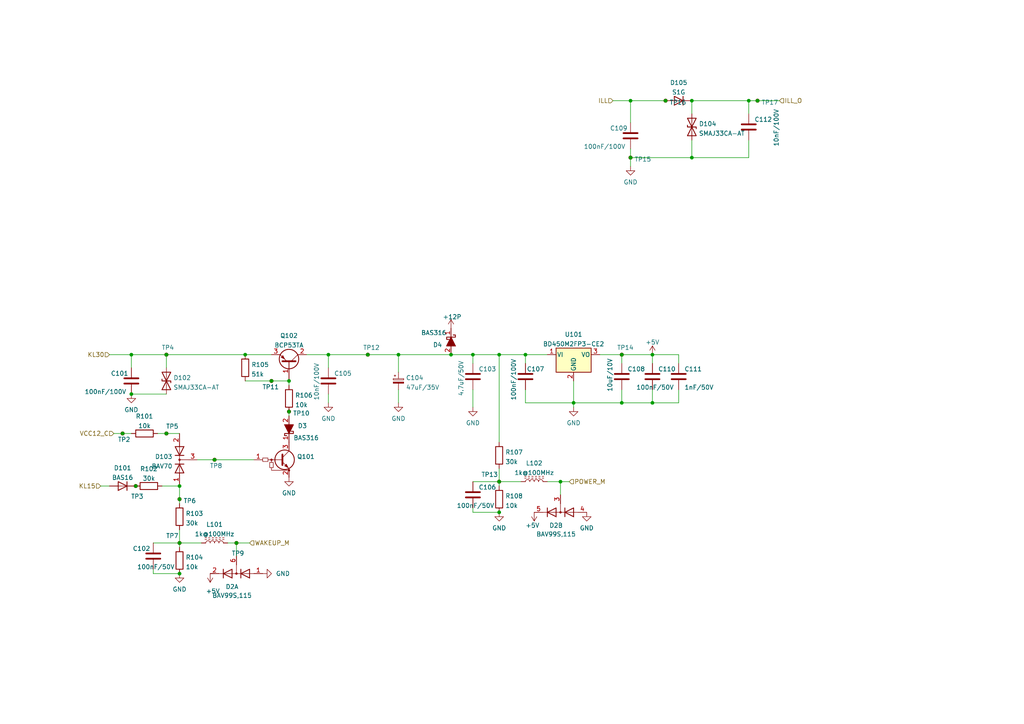
<source format=kicad_sch>
(kicad_sch (version 20211123) (generator eeschema)
  (paper "A4")
  (title_block (title "SX7H SHIFER MIAN SCH") (date "2022-07-18") (rev "V03") (company "宁波正朗汽车零部件有限公司") (comment 1 "批准:") (comment 2 "校准：") (comment 3 "设计：Ethan"))
  (lib_symbols
    (symbol "C_1" (pin_numbers hide) (pin_names (offset 0.254))
      (property "Reference" "C" (at 0.635 2.54 0))
      (property "Value" "C_1" (at 0.635 -2.54 0))
      (symbol "C_1_0_1"
        (polyline (pts (xy -2.032 -0.762) (xy 2.032 -0.762)) (stroke (width 0.508)))
        (polyline (pts (xy -2.032 0.762) (xy 2.032 0.762)) (stroke (width 0.508)))
      )
      (symbol "C_1_1_1"
        (pin passive line (at 0 3.81 270) (length 2.794) (name "~") (number "1"))
        (pin passive line (at 0 -3.81 90) (length 2.794) (name "~") (number "2"))
      )
    )
    (symbol "C_2" (pin_numbers hide) (pin_names (offset 0.254))
      (property "Reference" "C" (at 0.635 2.54 0))
      (property "Value" "C_2" (at 0.635 -2.54 0))
      (symbol "C_2_0_1"
        (polyline (pts (xy -2.032 -0.762) (xy 2.032 -0.762)) (stroke (width 0.508)))
        (polyline (pts (xy -2.032 0.762) (xy 2.032 0.762)) (stroke (width 0.508)))
      )
      (symbol "C_2_1_1"
        (pin passive line (at 0 3.81 270) (length 2.794) (name "~") (number "1"))
        (pin passive line (at 0 -3.81 90) (length 2.794) (name "~") (number "2"))
      )
    )
    (symbol "C_4" (pin_numbers hide) (pin_names (offset 0.254))
      (property "Reference" "C" (at 0.635 2.54 0))
      (property "Value" "C_4" (at 0.635 -2.54 0))
      (symbol "C_4_0_1"
        (polyline (pts (xy -2.032 -0.762) (xy 2.032 -0.762)) (stroke (width 0.508)))
        (polyline (pts (xy -2.032 0.762) (xy 2.032 0.762)) (stroke (width 0.508)))
      )
      (symbol "C_4_1_1"
        (pin passive line (at 0 3.81 270) (length 2.794) (name "~") (number "1"))
        (pin passive line (at 0 -3.81 90) (length 2.794) (name "~") (number "2"))
      )
    )
    (symbol "C_7" (pin_numbers hide) (pin_names (offset 0.254))
      (property "Reference" "C" (at 0.635 2.54 0))
      (property "Value" "C_7" (at 0.635 -2.54 0))
      (symbol "C_7_0_1"
        (polyline (pts (xy -2.032 -0.762) (xy 2.032 -0.762)) (stroke (width 0.508)))
        (polyline (pts (xy -2.032 0.762) (xy 2.032 0.762)) (stroke (width 0.508)))
      )
      (symbol "C_7_1_1"
        (pin passive line (at 0 3.81 270) (length 2.794) (name "~") (number "1"))
        (pin passive line (at 0 -3.81 90) (length 2.794) (name "~") (number "2"))
      )
    )
    (symbol "C_8" (pin_numbers hide) (pin_names (offset 0.254))
      (property "Reference" "C" (at 0.635 2.54 0))
      (property "Value" "C_8" (at 0.635 -2.54 0))
      (symbol "C_8_0_1"
        (polyline (pts (xy -2.032 -0.762) (xy 2.032 -0.762)) (stroke (width 0.508)))
        (polyline (pts (xy -2.032 0.762) (xy 2.032 0.762)) (stroke (width 0.508)))
      )
      (symbol "C_8_1_1"
        (pin passive line (at 0 3.81 270) (length 2.794) (name "~") (number "1"))
        (pin passive line (at 0 -3.81 90) (length 2.794) (name "~") (number "2"))
      )
    )
    (symbol "C_9" (pin_numbers hide) (pin_names (offset 0.254))
      (property "Reference" "C" (at 0.635 2.54 0))
      (property "Value" "C_9" (at 0.635 -2.54 0))
      (symbol "C_9_0_1"
        (polyline (pts (xy -2.032 -0.762) (xy 2.032 -0.762)) (stroke (width 0.508)))
        (polyline (pts (xy -2.032 0.762) (xy 2.032 0.762)) (stroke (width 0.508)))
      )
      (symbol "C_9_1_1"
        (pin passive line (at 0 3.81 270) (length 2.794) (name "~") (number "1"))
        (pin passive line (at 0 -3.81 90) (length 2.794) (name "~") (number "2"))
      )
    )
    (symbol "Connector:TestPoint_Small" (pin_numbers hide) (pin_names (offset 0.762) hide)
      (property "Reference" "TP" (at 0 3.81 0))
      (property "Value" "TestPoint_Small" (at 0 2.032 0))
      (symbol "TestPoint_Small_0_1"
        (circle (center 0 0) (radius 0.508))
      )
      (symbol "TestPoint_Small_1_1"
        (pin passive line (at 0 0 90) (length 0) (name "1") (number "1"))
      )
    )
    (symbol "Device:C_Polarized_Small" (pin_numbers hide) (pin_names (offset 0.254) hide)
      (property "Reference" "C" (at 0.254 1.778 0))
      (property "Value" "C_Polarized_Small" (at 0.254 -2.032 0))
      (symbol "C_Polarized_Small_0_1"
        (rectangle (start -1.524 -0.3048) (end 1.524 -0.6858) (fill (type outline)))
        (rectangle (start -1.524 0.6858) (end 1.524 0.3048))
        (polyline (pts (xy -1.27 1.524) (xy -0.762 1.524)))
        (polyline (pts (xy -1.016 1.27) (xy -1.016 1.778)))
      )
      (symbol "C_Polarized_Small_1_1"
        (pin passive line (at 0 2.54 270) (length 1.8542) (name "~") (number "1"))
        (pin passive line (at 0 -2.54 90) (length 1.8542) (name "~") (number "2"))
      )
    )
    (symbol "Device:D" (pin_numbers hide) (pin_names (offset 1.016) hide)
      (property "Reference" "D" (at 0 2.54 0))
      (property "Value" "D" (at 0 -2.54 0))
      (symbol "D_0_1"
        (polyline (pts (xy -1.27 1.27) (xy -1.27 -1.27)) (stroke (width 0.254)))
        (polyline (pts (xy 1.27 0) (xy -1.27 0)))
        (polyline (pts (xy 1.27 1.27) (xy 1.27 -1.27) (xy -1.27 0) (xy 1.27 1.27)) (stroke (width 0.254)))
      )
      (symbol "D_1_1"
        (pin passive line (at -3.81 0 0) (length 2.54) (name "K") (number "1"))
        (pin passive line (at 3.81 0 180) (length 2.54) (name "A") (number "2"))
      )
    )
    (symbol "Device:D_Schottky_Filled" (pin_names (offset 1.016) hide)
      (property "Reference" "D" (at 0 2.54 0))
      (property "Value" "D_Schottky_Filled" (at 0 -2.54 0))
      (symbol "D_Schottky_Filled_0_1"
        (polyline (pts (xy 1.27 0) (xy -1.27 0)))
        (polyline (pts (xy 1.27 1.27) (xy 1.27 -1.27) (xy -1.27 0) (xy 1.27 1.27)) (stroke (width 0.254)) (fill (type outline)))
        (polyline (pts (xy -1.905 0.635) (xy -1.905 1.27) (xy -1.27 1.27) (xy -1.27 -1.27) (xy -0.635 -1.27) (xy -0.635 -0.635)) (stroke (width 0.254)))
      )
      (symbol "D_Schottky_Filled_1_1"
        (pin passive line (at -3.81 0 0) (length 2.54) (name "K") (number "1"))
        (pin passive line (at 3.81 0 180) (length 2.54) (name "A") (number "2"))
      )
    )
    (symbol "Device:D_TVS" (pin_numbers hide) (pin_names (offset 1.016) hide)
      (property "Reference" "D" (at 0 2.54 0))
      (property "Value" "D_TVS" (at 0 -2.54 0))
      (symbol "D_TVS_0_1"
        (polyline (pts (xy 1.27 0) (xy -1.27 0)))
        (polyline (pts (xy 0.508 1.27) (xy 0 1.27) (xy 0 -1.27) (xy -0.508 -1.27)) (stroke (width 0.254)))
        (polyline (pts (xy -2.54 1.27) (xy -2.54 -1.27) (xy 2.54 1.27) (xy 2.54 -1.27) (xy -2.54 1.27)) (stroke (width 0.254)))
      )
      (symbol "D_TVS_1_1"
        (pin passive line (at -3.81 0 0) (length 2.54) (name "A1") (number "1"))
        (pin passive line (at 3.81 0 180) (length 2.54) (name "A2") (number "2"))
      )
    )
    (symbol "Device:L_Ferrite" (pin_numbers hide) (pin_names (offset 1.016) hide)
      (property "Reference" "L" (at -1.27 0 90))
      (property "Value" "L_Ferrite" (at 2.794 0 90))
      (symbol "L_Ferrite_0_1"
        (arc (start 0 -2.54) (mid 0.635 -1.905) (end 0 -1.27))
        (arc (start 0 -1.27) (mid 0.635 -0.635) (end 0 0))
        (polyline (pts (xy 1.016 -2.794) (xy 1.016 -2.286)))
        (polyline (pts (xy 1.016 -1.778) (xy 1.016 -1.27)))
        (polyline (pts (xy 1.016 -0.762) (xy 1.016 -0.254)))
        (polyline (pts (xy 1.016 0.254) (xy 1.016 0.762)))
        (polyline (pts (xy 1.016 1.27) (xy 1.016 1.778)))
        (polyline (pts (xy 1.016 2.286) (xy 1.016 2.794)))
        (polyline (pts (xy 1.524 -2.286) (xy 1.524 -2.794)))
        (polyline (pts (xy 1.524 -1.27) (xy 1.524 -1.778)))
        (polyline (pts (xy 1.524 -0.254) (xy 1.524 -0.762)))
        (polyline (pts (xy 1.524 0.762) (xy 1.524 0.254)))
        (polyline (pts (xy 1.524 1.778) (xy 1.524 1.27)))
        (polyline (pts (xy 1.524 2.794) (xy 1.524 2.286)))
        (arc (start 0 0) (mid 0.635 0.635) (end 0 1.27))
        (arc (start 0 1.27) (mid 0.635 1.905) (end 0 2.54))
      )
      (symbol "L_Ferrite_1_1"
        (pin passive line (at 0 3.81 270) (length 1.27) (name "1") (number "1"))
        (pin passive line (at 0 -3.81 90) (length 1.27) (name "2") (number "2"))
      )
    )
    (symbol "Device:Q_NPN_BEC_BRT" (pin_names hide)
      (property "Reference" "Q" (at 3.81 1.27 0))
      (property "Value" "Q_NPN_BEC_BRT" (at 3.81 -1.27 0))
      (symbol "Q_NPN_BEC_BRT_0_1"
        (rectangle (start -6.35 0.508) (end -4.826 -0.508))
        (rectangle (start -4.318 -2.286) (end -3.302 -0.762))
        (circle (center -3.81 0) (radius 0.254) (fill (type outline)))
        (polyline (pts (xy -3.81 -0.762) (xy -3.81 0)))
        (polyline (pts (xy -0.762 0) (xy -4.826 0)))
        (polyline (pts (xy -0.635 1.524) (xy -0.635 -1.524)) (stroke (width 0.508)))
        (polyline (pts (xy -3.81 -2.286) (xy -3.81 -3.048) (xy 1.27 -3.048)))
        (circle (center 1.27 -3.048) (radius 0.254) (fill (type outline)))
      )
      (symbol "Q_NPN_BEC_BRT_1_1"
        (polyline (pts (xy -0.635 0.635) (xy 1.27 2.54)))
        (polyline (pts (xy -0.635 -0.635) (xy 1.27 -2.54) (xy 1.27 -2.54)))
        (polyline (pts (xy 0 -1.778) (xy 0.508 -1.27) (xy 1.016 -2.286) (xy 0 -1.778) (xy 0 -1.778)) (fill (type outline)))
        (circle (center 0 0) (radius 2.8194) (stroke (width 0.254)))
        (pin input line (at -8.89 0 0) (length 2.54) (name "B") (number "1"))
        (pin passive line (at 1.27 -5.08 90) (length 2.54) (name "E") (number "2"))
        (pin passive line (at 1.27 5.08 270) (length 2.54) (name "C") (number "3"))
      )
    )
    (symbol "Device:R" (pin_numbers hide) (pin_names (offset 0))
      (property "Reference" "R" (at 2.032 0 90))
      (property "Value" "R" (at 0 0 90))
      (symbol "R_0_1"
        (rectangle (start -1.016 -2.54) (end 1.016 2.54) (stroke (width 0.254)))
      )
      (symbol "R_1_1"
        (pin passive line (at 0 3.81 270) (length 1.27) (name "~") (number "1"))
        (pin passive line (at 0 -3.81 90) (length 1.27) (name "~") (number "2"))
      )
    )
    (symbol "Diode:BAV70" (pin_names (offset 0.762) hide)
      (property "Reference" "D" (at 0.635 -2.54 0))
      (property "Value" "BAV70" (at 0 2.54 0))
      (symbol "BAV70_0_1"
        (polyline (pts (xy -3.81 0) (xy 3.81 0)))
        (polyline (pts (xy 0 0) (xy 0 -2.54)))
        (polyline (pts (xy -1.27 -1.27) (xy -1.27 1.27) (xy -1.27 1.27)) (stroke (width 0.254)))
        (polyline (pts (xy 1.27 -1.27) (xy 1.27 1.27) (xy 1.27 1.27)) (stroke (width 0.254)))
        (polyline (pts (xy -3.81 1.27) (xy -1.27 0) (xy -3.81 -1.27) (xy -3.81 1.27) (xy -3.81 1.27) (xy -3.81 1.27)) (stroke (width 0.254)))
        (polyline (pts (xy 3.81 -1.27) (xy 1.27 0) (xy 3.81 1.27) (xy 3.81 -1.27) (xy 3.81 -1.27) (xy 3.81 -1.27)) (stroke (width 0.254)))
        (circle (center 0 0) (radius 0.254) (fill (type outline)))
        (pin passive line (at -7.62 0 0) (length 3.81) (name "A") (number "1"))
        (pin passive line (at 7.62 0 180) (length 3.81) (name "A") (number "2"))
        (pin passive line (at 0 -5.08 90) (length 2.54) (name "K") (number "3"))
      )
    )
    (symbol "Diode:BAV99S" (pin_names (offset 0.0254) hide)
      (property "Reference" "D" (at 0 2.54 0))
      (property "Value" "BAV99S" (at 0 5.08 0))
      (symbol "BAV99S_0_1"
        (polyline (pts (xy -5.08 0) (xy 5.08 0)))
        (polyline (pts (xy 0 0) (xy 0 -2.54)))
        (polyline (pts (xy -1.27 -1.27) (xy -1.27 1.27) (xy -1.27 1.27)) (stroke (width 0.254)))
        (polyline (pts (xy 3.81 1.27) (xy 3.81 -1.27) (xy 3.81 -1.27)) (stroke (width 0.254)))
        (polyline (pts (xy -3.81 1.27) (xy -1.27 0) (xy -3.81 -1.27) (xy -3.81 1.27) (xy -3.81 1.27) (xy -3.81 1.27)) (stroke (width 0.254)))
        (polyline (pts (xy 1.27 1.27) (xy 3.81 0) (xy 1.27 -1.27) (xy 1.27 1.27) (xy 1.27 1.27) (xy 1.27 1.27)) (stroke (width 0.254)))
        (circle (center 0 0) (radius 0.254) (fill (type outline)))
      )
      (symbol "BAV99S_1_1"
        (polyline (pts (xy 6.35 0) (xy 7.62 0)))
        (pin passive line (at -7.62 0 0) (length 2.54) (name "A1") (number "1"))
        (pin passive line (at 7.62 0 180) (length 2.54) (name "K2") (number "2"))
        (pin passive line (at 0 -5.08 90) (length 2.54) (name "K3A4") (number "6"))
      )
      (symbol "BAV99S_2_1"
        (polyline (pts (xy 6.35 0) (xy 7.62 0)))
        (pin passive line (at 0 -5.08 90) (length 2.54) (name "K1A2") (number "3"))
        (pin passive line (at -7.62 0 0) (length 2.54) (name "A3") (number "4"))
        (pin passive line (at 7.62 0 180) (length 2.54) (name "K4") (number "5"))
      )
    )
    (symbol "Regulator_Linear:MCP1703A-1202_SOT223" (pin_names (offset 0.254))
      (property "Reference" "U" (at -3.81 3.175 0))
      (property "Value" "MCP1703A-1202_SOT223" (at 0 3.175 0))
      (symbol "MCP1703A-1202_SOT223_0_1"
        (rectangle (start -5.08 -5.08) (end 5.08 1.905) (stroke (width 0.254)) (fill (type background)))
      )
      (symbol "MCP1703A-1202_SOT223_1_1"
        (pin power_in line (at -7.62 0 0) (length 2.54) (name "VI") (number "1"))
        (pin power_in line (at 0 -7.62 90) (length 2.54) (name "GND") (number "2"))
        (pin power_out line (at 7.62 0 180) (length 2.54) (name "VO") (number "3"))
      )
    )
    (symbol "Transistor_BJT:BCP53" (pin_names (offset 0) hide)
      (property "Reference" "Q" (at 5.08 1.905 0))
      (property "Value" "BCP53" (at 5.08 0 0))
      (symbol "BCP53_0_1"
        (polyline (pts (xy 0.635 0.635) (xy 2.54 2.54)))
        (polyline (pts (xy 0.635 -0.635) (xy 2.54 -2.54) (xy 2.54 -2.54)))
        (polyline (pts (xy 0.635 1.905) (xy 0.635 -1.905) (xy 0.635 -1.905)) (stroke (width 0.508)))
        (polyline (pts (xy 2.286 -1.778) (xy 1.778 -2.286) (xy 1.27 -1.27) (xy 2.286 -1.778) (xy 2.286 -1.778)) (fill (type outline)))
        (circle (center 1.27 0) (radius 2.8194) (stroke (width 0.254)))
      )
      (symbol "BCP53_1_1"
        (pin input line (at -5.08 0 0) (length 5.715) (name "B") (number "1"))
        (pin passive line (at 2.54 5.08 270) (length 2.54) (name "C") (number "2"))
        (pin passive line (at 2.54 -5.08 90) (length 2.54) (name "E") (number "3"))
        (pin passive line (at 2.54 5.08 270) (length 2.54) hide (name "C") (number "4"))
      )
    )
    (symbol "power:+12P" (power) (pin_names (offset 0))
      (property "Value" "+12P" (at 0 3.556 0))
      (symbol "+12P_0_1"
        (polyline (pts (xy -0.762 1.27) (xy 0 2.54)))
        (polyline (pts (xy 0 0) (xy 0 2.54)))
        (polyline (pts (xy 0 2.54) (xy 0.762 1.27)))
      )
      (symbol "+12P_1_1"
        (pin power_in line (at 0 0 90) (length 0) hide (name "+12P") (number "1"))
      )
    )
    (symbol "power:+5V" (power) (pin_names (offset 0))
      (property "Value" "+5V" (at 0 3.556 0))
      (symbol "+5V_0_1"
        (polyline (pts (xy -0.762 1.27) (xy 0 2.54)))
        (polyline (pts (xy 0 0) (xy 0 2.54)))
        (polyline (pts (xy 0 2.54) (xy 0.762 1.27)))
      )
      (symbol "+5V_1_1"
        (pin power_in line (at 0 0 90) (length 0) hide (name "+5V") (number "1"))
      )
    )
    (symbol "power:GND" (power) (pin_names (offset 0))
      (property "Value" "GND" (at 0 -3.81 0))
      (symbol "GND_0_1"
        (polyline (pts (xy 0 0) (xy 0 -1.27) (xy 1.27 -1.27) (xy 0 -2.54) (xy -1.27 -1.27) (xy 0 -1.27)))
      )
      (symbol "GND_1_1"
        (pin power_in line (at 0 0 270) (length 0) hide (name "GND") (number "1"))
      )
    )
  )
  (junction (at 39.37 140.97))
  (junction (at 106.68 102.87))
  (junction (at 68.58 157.48))
  (junction (at 95.25 102.87))
  (junction (at 152.4 102.87))
  (junction (at 130.81 102.87))
  (junction (at 52.07 157.48))
  (junction (at 193.04 29.21))
  (junction (at 166.37 116.84))
  (junction (at 182.88 45.72))
  (junction (at 38.1 114.3))
  (junction (at 182.88 29.21))
  (junction (at 83.82 110.49))
  (junction (at 115.57 102.87))
  (junction (at 180.34 116.84))
  (junction (at 52.07 144.78))
  (junction (at 52.07 166.37))
  (junction (at 71.12 102.87))
  (junction (at 144.78 148.59))
  (junction (at 219.71 29.21))
  (junction (at 48.26 125.73))
  (junction (at 189.23 116.84))
  (junction (at 137.16 102.87))
  (junction (at 62.23 133.35))
  (junction (at 162.56 139.7))
  (junction (at 35.56 125.73))
  (junction (at 83.82 119.38))
  (junction (at 38.1 102.87))
  (junction (at 78.74 110.49))
  (junction (at 48.26 102.87))
  (junction (at 200.66 45.72))
  (junction (at 180.34 102.87))
  (junction (at 144.78 139.7))
  (junction (at 144.78 102.87))
  (junction (at 200.66 29.21))
  (junction (at 52.07 140.97))
  (junction (at 189.23 102.87))
  (junction (at 217.17 29.21))
  (wire (pts (xy 189.23 116.84) (xy 196.85 116.84)))
  (wire (pts (xy 196.85 116.84) (xy 196.85 113.03)))
  (wire (pts (xy 217.17 29.21) (xy 219.71 29.21)))
  (wire (pts (xy 219.71 29.21) (xy 226.06 29.21)))
  (wire (pts (xy 137.16 148.59) (xy 144.78 148.59)))
  (wire (pts (xy 71.12 102.87) (xy 78.74 102.87)))
  (wire (pts (xy 152.4 113.03) (xy 152.4 116.84)))
  (wire (pts (xy 152.4 116.84) (xy 166.37 116.84)))
  (wire (pts (xy 144.78 102.87) (xy 144.78 128.27)))
  (wire (pts (xy 182.88 43.18) (xy 182.88 45.72)))
  (wire (pts (xy 182.88 45.72) (xy 200.66 45.72)))
  (wire (pts (xy 200.66 29.21) (xy 200.66 33.02)))
  (wire (pts (xy 33.02 125.73) (xy 35.56 125.73)))
  (wire (pts (xy 35.56 125.73) (xy 38.1 125.73)))
  (wire (pts (xy 162.56 139.7) (xy 162.56 143.51)))
  (wire (pts (xy 137.16 102.87) (xy 137.16 105.41)))
  (wire (pts (xy 29.21 140.97) (xy 31.75 140.97)))
  (wire (pts (xy 137.16 113.03) (xy 137.16 118.11)))
  (wire (pts (xy 182.88 45.72) (xy 182.88 48.26)))
  (wire (pts (xy 173.99 102.87) (xy 180.34 102.87)))
  (wire (pts (xy 180.34 102.87) (xy 189.23 102.87)))
  (wire (pts (xy 189.23 102.87) (xy 189.23 105.41)))
  (wire (pts (xy 83.82 110.49) (xy 83.82 111.76)))
  (wire (pts (xy 180.34 102.87) (xy 180.34 105.41)))
  (wire (pts (xy 68.58 157.48) (xy 68.58 161.29)))
  (wire (pts (xy 177.8 29.21) (xy 182.88 29.21)))
  (wire (pts (xy 182.88 29.21) (xy 193.04 29.21)))
  (wire (pts (xy 162.56 139.7) (xy 165.1 139.7)))
  (wire (pts (xy 217.17 29.21) (xy 217.17 33.02)))
  (wire (pts (xy 88.9 102.87) (xy 95.25 102.87)))
  (wire (pts (xy 95.25 102.87) (xy 106.68 102.87)))
  (wire (pts (xy 106.68 102.87) (xy 115.57 102.87)))
  (wire (pts (xy 95.25 114.3) (xy 95.25 116.84)))
  (wire (pts (xy 137.16 147.32) (xy 137.16 148.59)))
  (wire (pts (xy 166.37 110.49) (xy 166.37 116.84)))
  (wire (pts (xy 166.37 116.84) (xy 166.37 118.11)))
  (wire (pts (xy 200.66 45.72) (xy 217.17 45.72)))
  (wire (pts (xy 115.57 102.87) (xy 115.57 107.95)))
  (wire (pts (xy 31.75 102.87) (xy 38.1 102.87)))
  (wire (pts (xy 38.1 102.87) (xy 38.1 106.68)))
  (wire (pts (xy 182.88 29.21) (xy 182.88 35.56)))
  (wire (pts (xy 52.07 153.67) (xy 52.07 157.48)))
  (wire (pts (xy 52.07 157.48) (xy 52.07 158.75)))
  (wire (pts (xy 46.99 140.97) (xy 52.07 140.97)))
  (wire (pts (xy 44.45 157.48) (xy 52.07 157.48)))
  (wire (pts (xy 71.12 110.49) (xy 78.74 110.49)))
  (wire (pts (xy 78.74 110.49) (xy 83.82 110.49)))
  (wire (pts (xy 95.25 102.87) (xy 95.25 106.68)))
  (wire (pts (xy 200.66 29.21) (xy 217.17 29.21)))
  (wire (pts (xy 137.16 139.7) (xy 144.78 139.7)))
  (wire (pts (xy 57.15 133.35) (xy 62.23 133.35)))
  (wire (pts (xy 62.23 133.35) (xy 73.66 133.35)))
  (wire (pts (xy 166.37 116.84) (xy 180.34 116.84)))
  (wire (pts (xy 180.34 116.84) (xy 189.23 116.84)))
  (wire (pts (xy 189.23 116.84) (xy 189.23 113.03)))
  (wire (pts (xy 52.07 157.48) (xy 58.42 157.48)))
  (wire (pts (xy 144.78 139.7) (xy 144.78 140.97)))
  (wire (pts (xy 115.57 113.03) (xy 115.57 116.84)))
  (wire (pts (xy 38.1 102.87) (xy 48.26 102.87)))
  (wire (pts (xy 48.26 102.87) (xy 48.26 106.68)))
  (wire (pts (xy 66.04 157.48) (xy 68.58 157.48)))
  (wire (pts (xy 68.58 157.48) (xy 72.39 157.48)))
  (wire (pts (xy 144.78 139.7) (xy 151.13 139.7)))
  (wire (pts (xy 217.17 40.64) (xy 217.17 45.72)))
  (wire (pts (xy 52.07 140.97) (xy 52.07 144.78)))
  (wire (pts (xy 52.07 144.78) (xy 52.07 146.05)))
  (wire (pts (xy 45.72 125.73) (xy 48.26 125.73)))
  (wire (pts (xy 48.26 125.73) (xy 52.07 125.73)))
  (wire (pts (xy 144.78 135.89) (xy 144.78 139.7)))
  (wire (pts (xy 115.57 102.87) (xy 130.81 102.87)))
  (wire (pts (xy 137.16 102.87) (xy 144.78 102.87)))
  (wire (pts (xy 144.78 102.87) (xy 152.4 102.87)))
  (wire (pts (xy 152.4 102.87) (xy 158.75 102.87)))
  (wire (pts (xy 180.34 113.03) (xy 180.34 116.84)))
  (wire (pts (xy 130.81 102.87) (xy 137.16 102.87)))
  (wire (pts (xy 200.66 40.64) (xy 200.66 45.72)))
  (wire (pts (xy 83.82 119.38) (xy 83.82 120.65)))
  (wire (pts (xy 189.23 102.87) (xy 196.85 102.87)))
  (wire (pts (xy 196.85 102.87) (xy 196.85 105.41)))
  (wire (pts (xy 158.75 139.7) (xy 162.56 139.7)))
  (wire (pts (xy 48.26 102.87) (xy 71.12 102.87)))
  (wire (pts (xy 44.45 165.1) (xy 44.45 166.37)))
  (wire (pts (xy 44.45 166.37) (xy 52.07 166.37)))
  (wire (pts (xy 152.4 102.87) (xy 152.4 105.41)))
  (wire (pts (xy 38.1 114.3) (xy 48.26 114.3)))
  (hierarchical_label "VCC12_C" (shape input) (at 33.02 125.73 180))
  (hierarchical_label "ILL" (shape input) (at 177.8 29.21 180))
  (hierarchical_label "KL30" (shape input) (at 31.75 102.87 180))
  (hierarchical_label "KL15" (shape input) (at 29.21 140.97 180))
  (hierarchical_label "WAKEUP_M" (shape input) (at 72.39 157.48 0))
  (hierarchical_label "POWER_M" (shape input) (at 165.1 139.7 0))
  (hierarchical_label "ILL_O" (shape input) (at 226.06 29.21 0))
  (symbol (lib_id "power:GND") (at 83.82 138.43 0) (unit 1)
    (property "Reference" "#PWR0106" (effects hide))
    (property "Value" "GND" (at 83.82 142.9924 0))
  )
  (symbol (lib_id "power:+5V") (at 154.94 148.59 180) (unit 1)
    (property "Reference" "#PWR04" (effects hide))
    (property "Value" "+5V" (at 152.4 152.4 0) (effects (justify right)))
  )
  (symbol (lib_name "C_7") (lib_id "Device:C") (at 189.23 109.22 0) (unit 1)
    (property "Reference" "C110" (at 190.881 107.0415 0) (effects (justify left)))
    (property "Value" "100nF/50V" (at 184.531 112.3566 0) (effects (justify left)))
    (property "Footprint" "Capacitor_SMD:C_0603_1608Metric" (effects hide))
    (property "Manufacturer Product Number" " AC0603KRX7R9BB104" (effects hide))
    (property "Manufacturer" "YAGEO" (effects hide))
    (property "Description" "CAP CER 100nF 50V X7R 0603" (effects hide))
    (property "Descriptions" "CAP CER 100nF 50V X7R 0603" (effects hide))
  )
  (symbol (lib_id "Connector:TestPoint_Small") (at 106.68 102.87 180) (unit 1)
    (property "Reference" "TP12" (at 105.283 100.809 0) (effects (justify right)))
    (property "Value" "TestPoint_Small" (effects hide))
    (property "Footprint" "TestPoint:TestPoint_Pad_D1.0mm" (effects hide))
  )
  (symbol (lib_id "power:+12P") (at 130.81 95.25 0) (unit 1)
    (property "Reference" "#PWR0109" (effects hide))
    (property "Value" "+12P" (at 128.397 91.919 0) (effects (justify left)))
  )
  (symbol (lib_id "power:GND") (at 95.25 116.84 0) (unit 1)
    (property "Reference" "#PWR0107" (effects hide))
    (property "Value" "GND" (at 95.25 121.4024 0))
  )
  (symbol (lib_id "Diode:BAV70") (at 52.07 133.35 90) (unit 1)
    (property "Reference" "D103" (at 50.038 132.4415 90) (effects (justify left)))
    (property "Value" "BAV70" (at 50.038 135.2166 90) (effects (justify left)))
    (property "Footprint" "Package_TO_SOT_SMD:SOT-23" (effects hide))
    (property "Datasheet" "https://assets.nexperia.com/documents/data-sheet/BAV70_SER.pdf" (effects hide))
    (property "Manufacturer Product Number" "BAV70LT1G" (effects hide))
    (property "Manufacturer" "onsemi" (effects hide))
    (property "Description" "DIODE ARRAY GP 100V 200MA SOT23" (effects hide))
    (property "Descriptions" "DIODE ARRAY GP 100V 200MA SOT23" (effects hide))
  )
  (symbol (lib_id "power:GND") (at 52.07 166.37 0) (unit 1)
    (property "Reference" "#PWR0105" (effects hide))
    (property "Value" "GND" (at 52.07 170.9324 0))
  )
  (symbol (lib_name "C_4") (lib_id "Device:C") (at 182.88 39.37 0) (unit 1)
    (property "Reference" "C109" (at 176.911 37.1915 0) (effects (justify left)))
    (property "Value" "100nF/100V" (at 169.291 42.5066 0) (effects (justify left)))
    (property "Footprint" "Capacitor_SMD:C_0805_2012Metric" (effects hide))
    (property "Manufacturer Product Number" "AC0805KKX7R0BB104" (effects hide))
    (property "Manufacturer" "YAGEO" (effects hide))
    (property "Description" "CAP CER 0.1uF 100V X7R 0805" (effects hide))
    (property "Descriptions" "CAP CER 0.1uF 100V X7R 0805" (effects hide))
  )
  (symbol (lib_id "Device:D") (at 196.85 29.21 180) (unit 1)
    (property "Reference" "D105" (at 196.85 23.9735 0))
    (property "Value" "S1G" (at 196.85 26.7486 0))
    (property "Footprint" "Diode_SMD:D_SMA" (effects hide))
    (property "Manufacturer Product Number" "S1G-13-F" (effects hide))
    (property "Manufacturer" "Diodes Incorporated" (effects hide))
    (property "Description" "DIODE GEN PURP 400V 1A SMA" (effects hide))
    (property "Descriptions" "DIODE GEN PURP 400V 1A SMA" (effects hide))
  )
  (symbol (lib_id "Connector:TestPoint_Small") (at 39.37 140.97 180) (unit 1)
    (property "Reference" "TP3" (at 37.973 143.989 0) (effects (justify right)))
    (property "Value" "TestPoint_Small" (effects hide))
    (property "Footprint" "TestPoint:TestPoint_Pad_D1.0mm" (effects hide))
  )
  (symbol (lib_id "Diode:BAV99S") (at 162.56 148.59 180) (unit 2)
    (property "Reference" "D2" (at 161.29 152.4 0))
    (property "Value" "BAV99S,115" (at 161.29 154.94 0))
    (property "Footprint" "Package_TO_SOT_SMD:SOT-363_SC-70-6" (effects hide))
    (property "Datasheet" "https://assets.nexperia.com/documents/data-sheet/BAV99_SER.pdf" (effects hide))
    (property "Descriptions" "DIODE ARRAY GP 100V 200MA 6TSSOP" (effects hide))
  )
  (symbol (lib_id "Connector:TestPoint_Small") (at 144.78 139.7 180) (unit 1)
    (property "Reference" "TP13" (at 139.573 137.639 0) (effects (justify right)))
    (property "Value" "TestPoint_Small" (effects hide))
    (property "Footprint" "TestPoint:TestPoint_Pad_D1.0mm" (effects hide))
  )
  (symbol (lib_id "Device:L_Ferrite") (at 154.94 139.7 90) (unit 1)
    (property "Reference" "L102" (at 154.94 134.3364 90))
    (property "Value" "1k@100MHz" (at 154.94 137.1115 90))
    (property "Footprint" "Capacitor_SMD:C_0603_1608Metric" (effects hide))
    (property "Manufacturer Product Number" "BLM18RK102SN1D" (effects hide))
    (property "Manufacturer" "Murata Electronics" (effects hide))
    (property "Description" "FERRITEBEAD SMD AUTOMOTIVE POWER" (effects hide))
    (property "Descriptions" "FERRITEBEAD SMD AUTOMOTIVE POWER" (effects hide))
  )
  (symbol (lib_id "Device:D_Schottky_Filled") (at 130.81 99.06 270) (unit 1)
    (property "Reference" "D4" (at 128.27 100.0126 90) (effects (justify right)))
    (property "Value" "BAS316" (at 129.54 96.52 90) (effects (justify right)))
    (property "Footprint" "Diode_SMD:D_SOD-323" (effects hide))
    (property "Descriptions" "DIODE 100V 200mA 6ns SOD323" (effects hide))
    (property "Manufacturer" "Nexperia(安世)" (effects hide))
    (property "Manufacturer Product Number" "BAS316,115" (effects hide))
  )
  (symbol (lib_id "Device:C_Polarized_Small") (at 115.57 110.49 0) (unit 1)
    (property "Reference" "C104" (at 117.729 109.5815 0) (effects (justify left)))
    (property "Value" "47uF/35V" (at 117.729 112.3566 0) (effects (justify left)))
    (property "Footprint" "Capacitor_SMD:CP_Elec_6.3x9.9" (effects hide))
    (property "Manufacturer Product Number" "35THV47M6.3X8" (effects hide))
    (property "Manufacturer" "rubycon(红宝石)" (effects hide))
    (property "Description" "CAP ALUM 47UF 20% 35V SMD" (effects hide))
    (property "Descriptions" "CAP ALUM 47UF 20% 35V SMD" (effects hide))
  )
  (symbol (lib_id "Device:D_TVS") (at 200.66 36.83 90) (unit 1)
    (property "Reference" "D104" (at 202.692 35.9215 90) (effects (justify right)))
    (property "Value" "SMAJ33CA-AT" (at 202.692 38.6966 90) (effects (justify right)))
    (property "Footprint" "Diode_SMD:D_SMA" (effects hide))
    (property "Manufacturer Product Number" "SMAJ33CA-AT" (effects hide))
    (property "Description" "TVS 35.7V 7.5A SMA" (effects hide))
    (property "Descriptions" "TVS 35.7V 7.5A SMA" (effects hide))
  )
  (symbol (lib_id "Connector:TestPoint_Small") (at 180.34 102.87 180) (unit 1)
    (property "Reference" "TP14" (at 178.943 100.809 0) (effects (justify right)))
    (property "Value" "TestPoint_Small" (effects hide))
    (property "Footprint" "TestPoint:TestPoint_Pad_D1.0mm" (effects hide))
  )
  (symbol (lib_id "Device:R") (at 144.78 132.08 180) (unit 1)
    (property "Reference" "R107" (at 146.558 131.1715 0) (effects (justify right)))
    (property "Value" "30k" (at 146.558 133.9466 0) (effects (justify right)))
    (property "Footprint" "Resistor_SMD:R_0603_1608Metric" (effects hide))
    (property "Manufacturer" "RESI(开步睿思)" (effects hide))
    (property "Description" "RES 30K 1% 1/10W 0603" (effects hide))
    (property "Manufacturer Product Number" "AECR0603F30K0K9" (effects hide))
    (property "Descriptions" "RES 30K 1% 1/10W 0603" (effects hide))
  )
  (symbol (lib_name "C_2") (lib_id "Device:C") (at 95.25 110.49 0) (unit 1)
    (property "Reference" "C105" (at 96.901 108.3115 0) (effects (justify left)))
    (property "Value" "10nF/100V" (at 91.821 116.1666 90) (effects (justify left)))
    (property "Footprint" "Capacitor_SMD:C_0603_1608Metric" (effects hide))
    (property "Manufacturer Product Number" "AC0603KRX7R0BB103" (effects hide))
    (property "Manufacturer" "YAGEO" (effects hide))
    (property "Description" "CAP CER 10nF 100V X7R 0603" (effects hide))
    (property "Descriptions" "CAP CER 10nF 100V X7R 0603" (effects hide))
  )
  (symbol (lib_id "Device:R") (at 52.07 149.86 180) (unit 1)
    (property "Reference" "R103" (at 53.848 148.9515 0) (effects (justify right)))
    (property "Value" "30k" (at 53.848 151.7266 0) (effects (justify right)))
    (property "Footprint" "Resistor_SMD:R_0603_1608Metric" (effects hide))
    (property "Manufacturer" "RESI(开步睿思)" (effects hide))
    (property "Description" "RES 30K 1% 1/10W 0603" (effects hide))
    (property "Manufacturer Product Number" "AECR0603F30K0K9" (effects hide))
    (property "Descriptions" "RES 30K 1% 1/10W 0603" (effects hide))
  )
  (symbol (lib_id "Connector:TestPoint_Small") (at 83.82 119.38 180) (unit 1)
    (property "Reference" "TP10" (at 84.963 119.859 0) (effects (justify right)))
    (property "Value" "TestPoint_Small" (effects hide))
    (property "Footprint" "TestPoint:TestPoint_Pad_D1.0mm" (effects hide))
  )
  (symbol (lib_id "Connector:TestPoint_Small") (at 78.74 110.49 180) (unit 1)
    (property "Reference" "TP11" (at 76.073 112.239 0) (effects (justify right)))
    (property "Value" "TestPoint_Small" (effects hide))
    (property "Footprint" "TestPoint:TestPoint_Pad_D1.0mm" (effects hide))
  )
  (symbol (lib_name "C_4") (lib_id "Device:C") (at 152.4 109.22 0) (unit 1)
    (property "Reference" "C107" (at 152.781 107.0415 0) (effects (justify left)))
    (property "Value" "100nF/100V" (at 148.971 116.1666 90) (effects (justify left)))
    (property "Footprint" "Capacitor_SMD:C_0805_2012Metric" (effects hide))
    (property "Manufacturer Product Number" "AC0805KKX7R0BB104" (effects hide))
    (property "Manufacturer" "YAGEO" (effects hide))
    (property "Description" "CAP CER 0.1uF 100V X7R 0805" (effects hide))
    (property "Descriptions" "CAP CER 0.1uF 100V X7R 0805" (effects hide))
  )
  (symbol (lib_id "Device:R") (at 144.78 144.78 0) (unit 1)
    (property "Reference" "R108" (at 146.558 143.8715 0) (effects (justify left)))
    (property "Value" "10k" (at 146.558 146.6466 0) (effects (justify left)))
    (property "Footprint" "Resistor_SMD:R_0603_1608Metric" (effects hide))
    (property "Manufacturer" "RESI(开步睿思)" (effects hide))
    (property "Description" "RES 10k 1% 1/10W 0603" (effects hide))
    (property "Manufacturer Product Number" "AECR0603F10K0K9" (effects hide))
    (property "Descriptions" "RES 10k 1% 1/10W 0603" (effects hide))
  )
  (symbol (lib_id "Device:R") (at 41.91 125.73 90) (unit 1)
    (property "Reference" "R101" (at 41.91 120.7475 90))
    (property "Value" "10k" (at 41.91 123.5226 90))
    (property "Footprint" "Resistor_SMD:R_0603_1608Metric" (effects hide))
    (property "Manufacturer" "RESI(开步睿思)" (effects hide))
    (property "Description" "RES 10k 1% 1/10W 0603" (effects hide))
    (property "Manufacturer Product Number" "AECR0603F10K0K9" (effects hide))
    (property "Descriptions" "RES 10k 1% 1/10W 0603" (effects hide))
  )
  (symbol (lib_id "Connector:TestPoint_Small") (at 35.56 125.73 180) (unit 1)
    (property "Reference" "TP2" (at 34.163 127.479 0) (effects (justify right)))
    (property "Value" "TestPoint_Small" (effects hide))
    (property "Footprint" "TestPoint:TestPoint_Pad_D1.0mm" (effects hide))
  )
  (symbol (lib_id "Device:R") (at 83.82 115.57 0) (unit 1)
    (property "Reference" "R106" (at 85.598 114.6615 0) (effects (justify left)))
    (property "Value" "10k" (at 85.598 117.4366 0) (effects (justify left)))
    (property "Footprint" "Resistor_SMD:R_0603_1608Metric" (effects hide))
    (property "Manufacturer" "RESI(开步睿思)" (effects hide))
    (property "Description" "RES 10k 1% 1/10W 0603" (effects hide))
    (property "Manufacturer Product Number" "AECR0603F10K0K9" (effects hide))
    (property "Descriptions" "RES 10k 1% 1/10W 0603" (effects hide))
  )
  (symbol (lib_id "power:+5V") (at 189.23 102.87 0) (unit 1)
    (property "Reference" "#PWR0114" (effects hide))
    (property "Value" "+5V" (at 189.23 99.2655 0))
  )
  (symbol (lib_id "Connector:TestPoint_Small") (at 48.26 102.87 0) (unit 1)
    (property "Reference" "TP4" (at 46.863 100.809 0) (effects (justify left)))
    (property "Value" "TestPoint_Small" (effects hide))
    (property "Footprint" "TestPoint:TestPoint_Pad_D1.0mm" (effects hide))
  )
  (symbol (lib_name "C_7") (lib_id "Device:C") (at 137.16 143.51 0) (unit 1)
    (property "Reference" "C106" (at 138.811 141.3315 0) (effects (justify left)))
    (property "Value" "100nF/50V" (at 132.461 146.6466 0) (effects (justify left)))
    (property "Footprint" "Capacitor_SMD:C_0603_1608Metric" (effects hide))
    (property "Manufacturer Product Number" " AC0603KRX7R9BB104" (effects hide))
    (property "Manufacturer" "YAGEO" (effects hide))
    (property "Description" "CAP CER 100nF 50V X7R 0603" (effects hide))
    (property "Descriptions" "CAP CER 100nF 50V X7R 0603" (effects hide))
  )
  (symbol (lib_name "C_4") (lib_id "Device:C") (at 38.1 110.49 0) (unit 1)
    (property "Reference" "C101" (at 32.131 108.3115 0) (effects (justify left)))
    (property "Value" "100nF/100V" (at 24.511 113.6266 0) (effects (justify left)))
    (property "Footprint" "Capacitor_SMD:C_0805_2012Metric" (effects hide))
    (property "Manufacturer Product Number" "AC0805KKX7R0BB104" (effects hide))
    (property "Manufacturer" "YAGEO" (effects hide))
    (property "Description" "CAP CER 0.1uF 100V X7R 0805" (effects hide))
    (property "Descriptions" "CAP CER 0.1uF 100V X7R 0805" (effects hide))
  )
  (symbol (lib_id "Connector:TestPoint_Small") (at 219.71 29.21 180) (unit 1)
    (property "Reference" "TP17" (at 220.853 29.689 0) (effects (justify right)))
    (property "Value" "TestPoint_Small" (effects hide))
    (property "Footprint" "TestPoint:TestPoint_Pad_D1.0mm" (effects hide))
  )
  (symbol (lib_id "Transistor_BJT:BCP53") (at 83.82 105.41 270) (mirror x) (unit 1)
    (property "Reference" "Q102" (at 83.82 97.354 90))
    (property "Value" "BCP53TA" (at 83.82 100.1291 90))
    (property "Footprint" "Package_TO_SOT_SMD:SOT-223-3_TabPin2" (effects hide))
    (property "Datasheet" "http://www.onsemi.com/pub_link/Collateral/BCP53T1-D.PDF" (effects hide))
    (property "Description" "TRANS PNP 80V 1A SOT223-4" (effects hide))
    (property "Manufacturer" "Diodes" (effects hide))
    (property "Manufacturer Product Number" "BCP53TA" (effects hide))
    (property "Descriptions" "TRANS PNP 80V 1A SOT223-4" (effects hide))
  )
  (symbol (lib_id "Device:R") (at 43.18 140.97 90) (unit 1)
    (property "Reference" "R102" (at 43.18 135.9875 90))
    (property "Value" "30k" (at 43.18 138.7626 90))
    (property "Footprint" "Resistor_SMD:R_0603_1608Metric" (effects hide))
    (property "Manufacturer" "RESI(开步睿思)" (effects hide))
    (property "Description" "RES 30K 1% 1/10W 0603" (effects hide))
    (property "Manufacturer Product Number" "AECR0603F30K0K9" (effects hide))
    (property "Descriptions" "RES 30K 1% 1/10W 0603" (effects hide))
  )
  (symbol (lib_name "C_7") (lib_id "Device:C") (at 44.45 161.29 0) (unit 1)
    (property "Reference" "C102" (at 38.481 159.1115 0) (effects (justify left)))
    (property "Value" "100nF/50V" (at 39.751 164.4266 0) (effects (justify left)))
    (property "Footprint" "Capacitor_SMD:C_0603_1608Metric" (effects hide))
    (property "Manufacturer Product Number" " AC0603KRX7R9BB104" (effects hide))
    (property "Manufacturer" "YAGEO" (effects hide))
    (property "Description" "CAP CER 100nF 50V X7R 0603" (effects hide))
    (property "Descriptions" "CAP CER 100nF 50V X7R 0603" (effects hide))
  )
  (symbol (lib_id "power:GND") (at 38.1 114.3 0) (unit 1)
    (property "Reference" "#PWR0104" (effects hide))
    (property "Value" "GND" (at 38.1 118.8624 0))
  )
  (symbol (lib_id "Connector:TestPoint_Small") (at 52.07 157.48 180) (unit 1)
    (property "Reference" "TP7" (at 48.133 155.419 0) (effects (justify right)))
    (property "Value" "TestPoint_Small" (effects hide))
    (property "Footprint" "TestPoint:TestPoint_Pad_D1.0mm" (effects hide))
  )
  (symbol (lib_id "Device:Q_NPN_BEC_BRT") (at 82.55 133.35 0) (unit 1)
    (property "Reference" "Q101" (at 86.1313 132.4415 0) (effects (justify left)))
    (property "Value" "DDTC114ECA-7-F|PDTC114ET,215" (effects hide))
    (property "Footprint" "Package_TO_SOT_SMD:SOT-23" (effects hide))
    (property "Manufacturer" "Diodes" (effects hide))
    (property "Manufacturer Product Number" "DDTC114ECA-7-F" (effects hide))
    (property "Description" "TRANS PREBIAS NPN 200MW SOT23-3" (effects hide))
    (property "Descriptions" "TRANS PREBIAS NPN 200MW SOT23-3" (effects hide))
  )
  (symbol (lib_id "power:+5V") (at 60.96 166.37 180) (unit 1)
    (property "Reference" "#PWR02" (effects hide))
    (property "Value" "+5V" (at 59.69 171.45 0) (effects (justify right)))
  )
  (symbol (lib_id "Device:D_TVS") (at 48.26 110.49 90) (unit 1)
    (property "Reference" "D102" (at 50.292 109.5815 90) (effects (justify right)))
    (property "Value" "SMAJ33CA-AT" (at 50.292 112.3566 90) (effects (justify right)))
    (property "Footprint" "Diode_SMD:D_SMA" (effects hide))
    (property "Manufacturer Product Number" "SMAJ33CA-AT" (effects hide))
    (property "Description" "TVS 35.7V 7.5A SMA" (effects hide))
    (property "Descriptions" "TVS 35.7V 7.5A SMA" (effects hide))
  )
  (symbol (lib_id "Device:L_Ferrite") (at 62.23 157.48 90) (unit 1)
    (property "Reference" "L101" (at 62.23 152.1164 90))
    (property "Value" "1k@100MHz" (at 62.23 154.8915 90))
    (property "Footprint" "Capacitor_SMD:C_0603_1608Metric" (effects hide))
    (property "Manufacturer Product Number" "BLM18RK102SN1D" (effects hide))
    (property "Manufacturer" "Murata Electronics" (effects hide))
    (property "Description" "FERRITEBEAD SMD AUTOMOTIVE POWER" (effects hide))
    (property "Descriptions" "FERRITEBEAD SMD AUTOMOTIVE POWER" (effects hide))
  )
  (symbol (lib_name "C_9") (lib_id "Device:C") (at 180.34 109.22 0) (unit 1)
    (property "Reference" "C108" (at 181.991 107.0415 0) (effects (justify left)))
    (property "Value" "10uF/10V" (at 176.911 113.6266 90) (effects (justify left)))
    (property "Footprint" "Capacitor_SMD:C_1206_3216Metric" (effects hide))
    (property "Manufacturer Product Number" "CC1206KKX7R6BB106" (effects hide))
    (property "Manufacturer" "YAGEO" (effects hide))
    (property "Description" "CAP CER 10UF 10V X7R 1206" (effects hide))
    (property "Descriptions" "CAP CER 10UF 10V X7R 1206" (effects hide))
  )
  (symbol (lib_name "C_8") (lib_id "Device:C") (at 196.85 109.22 0) (unit 1)
    (property "Reference" "C111" (at 198.501 107.0415 0) (effects (justify left)))
    (property "Value" "1nF/50V" (at 198.501 112.3566 0) (effects (justify left)))
    (property "Footprint" "Capacitor_SMD:C_0603_1608Metric" (effects hide))
    (property "Manufacturer Product Number" "AC0603KRX7R9BB102" (effects hide))
    (property "Manufacturer" "YAGEO" (effects hide))
    (property "Description" "CAP CER 1000PF 50V X7R 0603" (effects hide))
    (property "Descriptions" "CAP CER 1000PF 50V X7R 0603" (effects hide))
  )
  (symbol (lib_id "power:GND") (at 166.37 118.11 0) (unit 1)
    (property "Reference" "#PWR0112" (effects hide))
    (property "Value" "GND" (at 166.37 122.6724 0))
  )
  (symbol (lib_id "power:GND") (at 170.18 148.59 0) (unit 1)
    (property "Reference" "#PWR05" (effects hide))
    (property "Value" "GND" (at 170.18 153.1524 0))
  )
  (symbol (lib_id "Regulator_Linear:MCP1703A-1202_SOT223") (at 166.37 102.87 0) (unit 1)
    (property "Reference" "U101" (at 166.37 96.9984 0))
    (property "Value" "BD450M2FP3-CE2" (at 166.37 99.7735 0))
    (property "Footprint" "Package_TO_SOT_SMD:SOT-223-3_TabPin2" (effects hide))
    (property "Datasheet" "http://ww1.microchip.com/downloads/en/DeviceDoc/20005122B.pdf" (effects hide))
    (property "Manufacturer" "Rohm Semiconductor" (effects hide))
    (property "Manufacturer Product Number" "BD450M2FP3-CE2" (effects hide))
    (property "Description" "IC REG LINEAR 5V 200MA SOT223-4F" (effects hide))
    (property "Descriptions" "IC REG LINEAR 5V 200MA SOT223-4F" (effects hide))
  )
  (symbol (lib_name "C_1") (lib_id "Device:C") (at 137.16 109.22 0) (unit 1)
    (property "Reference" "C103" (at 138.811 107.0415 0) (effects (justify left)))
    (property "Value" "4.7uF/50V" (at 133.731 114.8966 90) (effects (justify left)))
    (property "Footprint" "Capacitor_SMD:C_1206_3216Metric" (effects hide))
    (property "Manufacturer Product Number" "CC1206KKX7R9BB475" (effects hide))
    (property "Manufacturer" "YAGEO" (effects hide))
    (property "Description" "CAP CER 4.7uF 50V X7R 1206" (effects hide))
    (property "Descriptions" "CAP CER 4.7uF 50V X7R 1206" (effects hide))
  )
  (symbol (lib_id "Connector:TestPoint_Small") (at 193.04 29.21 180) (unit 1)
    (property "Reference" "TP16" (at 194.183 29.689 0) (effects (justify right)))
    (property "Value" "TestPoint_Small" (effects hide))
    (property "Footprint" "TestPoint:TestPoint_Pad_D1.0mm" (effects hide))
  )
  (symbol (lib_id "power:GND") (at 144.78 148.59 0) (unit 1)
    (property "Reference" "#PWR0111" (effects hide))
    (property "Value" "GND" (at 144.78 153.1524 0))
  )
  (symbol (lib_id "Connector:TestPoint_Small") (at 62.23 133.35 180) (unit 1)
    (property "Reference" "TP8" (at 60.833 135.099 0) (effects (justify right)))
    (property "Value" "TestPoint_Small" (effects hide))
    (property "Footprint" "TestPoint:TestPoint_Pad_D1.0mm" (effects hide))
  )
  (symbol (lib_id "Connector:TestPoint_Small") (at 68.58 157.48 180) (unit 1)
    (property "Reference" "TP9" (at 67.183 160.499 0) (effects (justify right)))
    (property "Value" "TestPoint_Small" (effects hide))
    (property "Footprint" "TestPoint:TestPoint_Pad_D1.0mm" (effects hide))
  )
  (symbol (lib_id "Connector:TestPoint_Small") (at 182.88 45.72 180) (unit 1)
    (property "Reference" "TP15" (at 184.023 46.199 0) (effects (justify right)))
    (property "Value" "TestPoint_Small" (effects hide))
    (property "Footprint" "TestPoint:TestPoint_Pad_D1.0mm" (effects hide))
  )
  (symbol (lib_id "power:GND") (at 137.16 118.11 0) (unit 1)
    (property "Reference" "#PWR0110" (effects hide))
    (property "Value" "GND" (at 137.16 122.6724 0))
  )
  (symbol (lib_id "Device:R") (at 71.12 106.68 0) (unit 1)
    (property "Reference" "R105" (at 72.898 105.7715 0) (effects (justify left)))
    (property "Value" "51k" (at 72.898 108.5466 0) (effects (justify left)))
    (property "Footprint" "Resistor_SMD:R_0603_1608Metric" (effects hide))
    (property "Manufacturer" "RESI(开步睿思)" (effects hide))
    (property "Description" "RES 51k 1% 1/10W 0603" (effects hide))
    (property "Manufacturer Product Number" "AECR0603F51K0K9" (effects hide))
    (property "Descriptions" "RES 51k 1% 1/10W 0603" (effects hide))
  )
  (symbol (lib_id "power:GND") (at 182.88 48.26 0) (unit 1)
    (property "Reference" "#PWR0113" (effects hide))
    (property "Value" "GND" (at 182.88 52.8224 0))
  )
  (symbol (lib_id "Diode:BAV99S") (at 68.58 166.37 180) (unit 1)
    (property "Reference" "D2" (at 67.31 170.18 0))
    (property "Value" "BAV99S,115" (at 67.31 172.72 0))
    (property "Footprint" "Package_TO_SOT_SMD:SOT-363_SC-70-6" (effects hide))
    (property "Datasheet" "https://assets.nexperia.com/documents/data-sheet/BAV99_SER.pdf" (effects hide))
    (property "Descriptions" "DIODE ARRAY GP 100V 200MA 6TSSOP" (effects hide))
  )
  (symbol (lib_id "Device:D_Schottky_Filled") (at 83.82 124.46 90) (unit 1)
    (property "Reference" "D3" (at 86.36 123.5074 90) (effects (justify right)))
    (property "Value" "BAS316" (at 85.09 127 90) (effects (justify right)))
    (property "Footprint" "Diode_SMD:D_SOD-323" (effects hide))
    (property "Descriptions" "DIODE 100V 200mA 6ns SOD323" (effects hide))
    (property "Manufacturer" "Nexperia(安世)" (effects hide))
    (property "Manufacturer Product Number" "BAS316,115" (effects hide))
  )
  (symbol (lib_id "Device:D") (at 35.56 140.97 180) (unit 1)
    (property "Reference" "D101" (at 35.56 135.7335 0))
    (property "Value" "BAS16" (at 35.56 138.5086 0))
    (property "Footprint" "Diode_SMD:D_SOD-123" (effects hide))
    (property "Manufacturer" "Nexperia(安世)" (effects hide))
    (property "Manufacturer Product Number" "BAS16GW" (effects hide))
    (property "Description" "DIODE GEN PURP 100V 215MA SOD123" (effects hide))
    (property "Descriptions" "DIODE GEN PURP 100V 215MA SOD123" (effects hide))
  )
  (symbol (lib_id "Connector:TestPoint_Small") (at 48.26 125.73 180) (unit 1)
    (property "Reference" "TP5" (at 48.133 123.669 0) (effects (justify right)))
    (property "Value" "TestPoint_Small" (effects hide))
    (property "Footprint" "TestPoint:TestPoint_Pad_D1.0mm" (effects hide))
  )
  (symbol (lib_id "power:GND") (at 76.2 166.37 90) (unit 1)
    (property "Reference" "#PWR03" (effects hide))
    (property "Value" "GND" (at 80.01 166.3699 90) (effects (justify right)))
  )
  (symbol (lib_id "Connector:TestPoint_Small") (at 52.07 144.78 180) (unit 1)
    (property "Reference" "TP6" (at 53.213 145.259 0) (effects (justify right)))
    (property "Value" "TestPoint_Small" (effects hide))
    (property "Footprint" "TestPoint:TestPoint_Pad_D1.0mm" (effects hide))
  )
  (symbol (lib_name "C_2") (lib_id "Device:C") (at 217.17 36.83 0) (unit 1)
    (property "Reference" "C112" (at 218.821 34.6515 0) (effects (justify left)))
    (property "Value" "10nF/100V" (at 225.171 42.5066 90) (effects (justify left)))
    (property "Footprint" "Capacitor_SMD:C_0603_1608Metric" (effects hide))
    (property "Manufacturer Product Number" "AC0603KRX7R0BB103" (effects hide))
    (property "Manufacturer" "YAGEO" (effects hide))
    (property "Description" "CAP CER 10nF 100V X7R 0603" (effects hide))
    (property "Descriptions" "CAP CER 10nF 100V X7R 0603" (effects hide))
  )
  (symbol (lib_id "Device:R") (at 52.07 162.56 0) (unit 1)
    (property "Reference" "R104" (at 53.848 161.6515 0) (effects (justify left)))
    (property "Value" "10k" (at 53.848 164.4266 0) (effects (justify left)))
    (property "Footprint" "Resistor_SMD:R_0603_1608Metric" (effects hide))
    (property "Manufacturer" "RESI(开步睿思)" (effects hide))
    (property "Description" "RES 10k 1% 1/10W 0603" (effects hide))
    (property "Manufacturer Product Number" "AECR0603F10K0K9" (effects hide))
    (property "Descriptions" "RES 10k 1% 1/10W 0603" (effects hide))
  )
  (symbol (lib_id "power:GND") (at 115.57 116.84 0) (unit 1)
    (property "Reference" "#PWR0108" (effects hide))
    (property "Value" "GND" (at 115.57 121.4024 0))
  )
)
</source>
